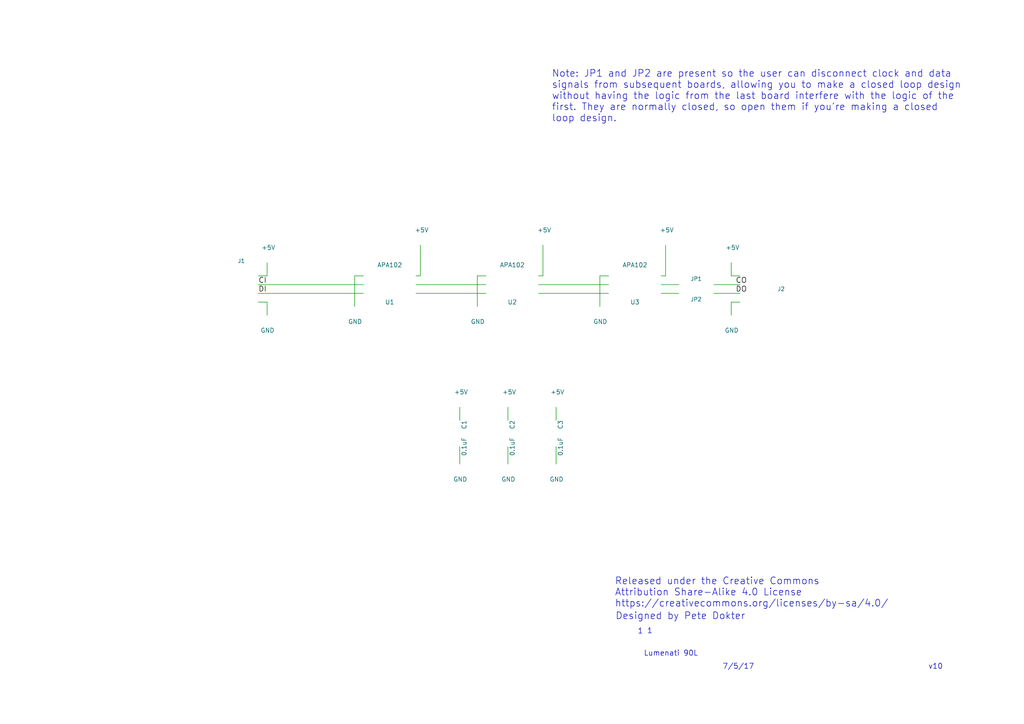
<source format=kicad_sch>
(kicad_sch (version 20230121) (generator eeschema)
  (paper "A4")
  (lib_symbols)
  (wire (pts (xy 173.99 80.01) (xy 173.99 88.9)))
  (wire (pts (xy 193.04 71.12) (xy 193.04 80.01)))
  (wire (pts (xy 191.77 85.09) (xy 196.85 85.09)))
  (wire (pts (xy 120.65 85.09) (xy 140.97 85.09)))
  (wire (pts (xy 120.65 82.55) (xy 140.97 82.55)))
  (wire (pts (xy 207.01 82.55) (xy 214.63 82.55)))
  (wire (pts (xy 212.09 76.2) (xy 212.09 80.01)))
  (wire (pts (xy 157.48 80.01) (xy 156.21 80.01)))
  (wire (pts (xy 74.93 87.63) (xy 77.47 87.63)))
  (wire (pts (xy 105.41 80.01) (xy 102.87 80.01)))
  (wire (pts (xy 196.85 82.55) (xy 191.77 82.55)))
  (wire (pts (xy 138.43 80.01) (xy 140.97 80.01)))
  (wire (pts (xy 207.01 85.09) (xy 214.63 85.09)))
  (wire (pts (xy 74.93 82.55) (xy 105.41 82.55)))
  (wire (pts (xy 133.35 129.54) (xy 133.35 134.62)))
  (wire (pts (xy 102.87 80.01) (xy 102.87 88.9)))
  (wire (pts (xy 193.04 80.01) (xy 191.77 80.01)))
  (wire (pts (xy 161.29 118.11) (xy 161.29 121.92)))
  (wire (pts (xy 74.93 85.09) (xy 105.41 85.09)))
  (wire (pts (xy 214.63 87.63) (xy 212.09 87.63)))
  (wire (pts (xy 157.48 71.12) (xy 157.48 80.01)))
  (wire (pts (xy 147.32 129.54) (xy 147.32 134.62)))
  (wire (pts (xy 212.09 80.01) (xy 214.63 80.01)))
  (wire (pts (xy 147.32 118.11) (xy 147.32 121.92)))
  (wire (pts (xy 212.09 87.63) (xy 212.09 91.44)))
  (wire (pts (xy 74.93 80.01) (xy 77.47 80.01)))
  (wire (pts (xy 77.47 87.63) (xy 77.47 91.44)))
  (wire (pts (xy 176.53 80.01) (xy 173.99 80.01)))
  (wire (pts (xy 120.65 80.01) (xy 121.92 80.01)))
  (wire (pts (xy 138.43 88.9) (xy 138.43 80.01)))
  (wire (pts (xy 133.35 118.11) (xy 133.35 121.92)))
  (wire (pts (xy 161.29 129.54) (xy 161.29 134.62)))
  (wire (pts (xy 121.92 80.01) (xy 121.92 71.12)))
  (wire (pts (xy 156.21 85.09) (xy 176.53 85.09)))
  (wire (pts (xy 156.21 82.55) (xy 176.53 82.55)))
  (wire (pts (xy 77.47 80.01) (xy 77.47 76.2)))
  (text "Designed by Pete Dokter" (at 178.4604 179.959 0) (effects (font (size 2.0066 2.0066)) (justify left bottom)))
  (text "1" (at 184.912 184.0738 0) (effects (font (size 1.524 1.524)) (justify left bottom)))
  (text "1" (at 187.6552 183.9976 0) (effects (font (size 1.524 1.524)) (justify left bottom)))
  (text "Note: JP1 and JP2 are present so the user can disconnect clock and data\nsignals from subsequent boards, allowing you to make a closed loop design\nwithout having the logic from the last board interfere with the logic of the\nfirst. They are normally closed, so open them if you're making a closed\nloop design." (at 160.02 35.56 0) (effects (font (size 2.0066 2.0066)) (justify left bottom)))
  (text "Lumenati 90L" (at 186.69 190.5 0) (effects (font (size 1.524 1.524)) (justify left bottom)))
  (text "7/5/17" (at 209.55 194.31 0) (effects (font (size 1.524 1.524)) (justify left bottom)))
  (text "Released under the Creative Commons\nAttribution Share-Alike 4.0 License\nhttps://creativecommons.org/licenses/by-sa/4.0/" (at 178.308 176.3014 0) (effects (font (size 2.0066 2.0066)) (justify left bottom)))
  (text "v10" (at 269.24 194.31 0) (effects (font (size 1.524 1.524)) (justify left bottom)))
  (label "CI" (at 74.93 82.55 0) (effects (font (size 1.524 1.524))))
  (label "CO" (at 213.36 82.55 0) (effects (font (size 1.524 1.524))))
  (label "DO" (at 213.36 85.09 0) (effects (font (size 1.524 1.524))))
  (label "DI" (at 74.93 85.09 0) (effects (font (size 1.524 1.524))))
  (symbol (lib_id "APA102") (at 113.03 82.55 0) (mirror x) (unit 1)
    (property "Reference" "U1" (at 113.03 87.63 0))
    (property "Value" "APA102" (at 113.03 76.8604 0))
    (property "Footprint" "Pete:APA102_3" (effects hide))
    (property "Datasheet" "DOCUMENTATION" (effects hide))
  )
  (symbol (lib_id "APA102") (at 148.59 82.55 0) (mirror x) (unit 1)
    (property "Reference" "U2" (at 148.59 87.63 0))
    (property "Value" "APA102" (at 148.59 76.8604 0))
    (property "Footprint" "Pete:APA102_3" (effects hide))
    (property "Datasheet" "DOCUMENTATION" (effects hide))
  )
  (symbol (lib_id "APA102") (at 184.15 82.55 0) (mirror x) (unit 1)
    (property "Reference" "U3" (at 184.15 87.63 0))
    (property "Value" "APA102" (at 184.15 76.8604 0))
    (property "Footprint" "Pete:APA102_3" (effects hide))
    (property "Datasheet" "DOCUMENTATION" (effects hide))
  )
  (symbol (lib_id "C") (at 133.35 125.73 180) (unit 1)
    (property "Reference" "C1" (at 134.62 123.19 90))
    (property "Value" "0.1uF" (at 134.62 129.54 90))
    (property "Footprint" "Pete:0603_revised" (effects hide))
  )
  (symbol (lib_id "C") (at 147.32 125.73 180) (unit 1)
    (property "Reference" "C2" (at 148.59 123.19 90))
    (property "Value" "0.1uF" (at 148.59 129.54 90))
    (property "Footprint" "Pete:0603_revised" (effects hide))
  )
  (symbol (lib_id "C") (at 161.29 125.73 180) (unit 1)
    (property "Reference" "C3" (at 162.56 123.19 90))
    (property "Value" "0.1uF" (at 162.56 129.54 90))
    (property "Footprint" "Pete:0603_revised" (effects hide))
  )
  (symbol (lib_id "+5V") (at 121.92 71.12 0) (unit 1)
    (property "Reference" "#PWR01" (effects hide))
    (property "Value" "+5V" (at 122.301 66.7258 0))
  )
  (symbol (lib_id "+5V") (at 77.47 76.2 0) (unit 1)
    (property "Reference" "#PWR02" (effects hide))
    (property "Value" "+5V" (at 77.851 71.8058 0))
  )
  (symbol (lib_id "GND") (at 77.47 91.44 0) (unit 1)
    (property "Reference" "#PWR03" (effects hide))
    (property "Value" "GND" (at 77.597 95.8342 0))
  )
  (symbol (lib_id "+5V") (at 157.48 71.12 0) (unit 1)
    (property "Reference" "#PWR04" (effects hide))
    (property "Value" "+5V" (at 157.861 66.7258 0))
  )
  (symbol (lib_id "+5V") (at 193.04 71.12 0) (unit 1)
    (property "Reference" "#PWR05" (effects hide))
    (property "Value" "+5V" (at 193.421 66.7258 0))
  )
  (symbol (lib_id "GND") (at 173.99 88.9 0) (unit 1)
    (property "Reference" "#PWR06" (effects hide))
    (property "Value" "GND" (at 174.117 93.2942 0))
  )
  (symbol (lib_id "GND") (at 138.43 88.9 0) (unit 1)
    (property "Reference" "#PWR07" (effects hide))
    (property "Value" "GND" (at 138.557 93.2942 0))
  )
  (symbol (lib_id "GND") (at 102.87 88.9 0) (unit 1)
    (property "Reference" "#PWR08" (effects hide))
    (property "Value" "GND" (at 102.997 93.2942 0))
  )
  (symbol (lib_id "OSHW-LOGOMINI") (at 158.75 184.15 0) (unit 1)
    (property "Reference" "LOGO2" (effects hide))
    (property "Value" "OSHW-LOGOMINI" (effects hide))
    (property "Footprint" "SparkFun:OSHW-LOGO-MINI" (effects hide))
  )
  (symbol (lib_id "SFE_LOGO_NAME_FLAME.1_INCH") (at 86.36 196.85 0) (unit 1)
    (property "Reference" "LOGO1" (effects hide))
    (property "Value" "SFE_LOGO_NAME_FLAME.1_INCH" (effects hide))
    (property "Footprint" "SparkFun:SFE_LOGO_NAME_FLAME_.1" (effects hide))
  )
  (symbol (lib_id "GND") (at 133.35 134.62 0) (unit 1)
    (property "Reference" "#PWR09" (effects hide))
    (property "Value" "GND" (at 133.477 139.0142 0))
  )
  (symbol (lib_id "GND") (at 147.32 134.62 0) (unit 1)
    (property "Reference" "#PWR010" (effects hide))
    (property "Value" "GND" (at 147.447 139.0142 0))
  )
  (symbol (lib_id "GND") (at 161.29 134.62 0) (unit 1)
    (property "Reference" "#PWR011" (effects hide))
    (property "Value" "GND" (at 161.417 139.0142 0))
  )
  (symbol (lib_id "+5V") (at 133.35 118.11 0) (unit 1)
    (property "Reference" "#PWR012" (effects hide))
    (property "Value" "+5V" (at 133.731 113.7158 0))
  )
  (symbol (lib_id "+5V") (at 147.32 118.11 0) (unit 1)
    (property "Reference" "#PWR013" (effects hide))
    (property "Value" "+5V" (at 147.701 113.7158 0))
  )
  (symbol (lib_id "+5V") (at 161.29 118.11 0) (unit 1)
    (property "Reference" "#PWR014" (effects hide))
    (property "Value" "+5V" (at 161.671 113.7158 0))
  )
  (symbol (lib_id "CONN_041X04_NO_SILK") (at 69.85 85.09 0) (unit 1)
    (property "Reference" "J1" (at 70.0024 75.692 0) (effects (font (size 1.143 1.143))))
    (property "Value" "CONN_041X04_NO_SILK" (effects hide))
    (property "Footprint" "SFE_Connectors:1X04_NO_SILK" (effects hide))
  )
  (symbol (lib_id "CONN_041X04_NO_SILK") (at 219.71 82.55 180) (unit 1)
    (property "Reference" "J2" (at 225.5012 83.82 0) (effects (font (size 1.143 1.143)) (justify right)))
    (property "Value" "CONN_041X04_NO_SILK" (effects hide))
    (property "Footprint" "SFE_Connectors:1X04_NO_SILK" (effects hide))
  )
  (symbol (lib_id "+5V") (at 212.09 76.2 0) (unit 1)
    (property "Reference" "#PWR015" (effects hide))
    (property "Value" "+5V" (at 212.471 71.8058 0))
  )
  (symbol (lib_id "GND") (at 212.09 91.44 0) (unit 1)
    (property "Reference" "#PWR016" (effects hide))
    (property "Value" "GND" (at 212.217 95.8342 0))
  )
  (symbol (lib_id "FIDUCIAL1X2") (at 281.94 162.56 0) (unit 1)
    (property "Reference" "FD2" (effects hide))
    (property "Value" "FIDUCIAL1X2" (effects hide))
    (property "Footprint" "Aesthetics:FIDUCIAL-1X2" (effects hide))
    (property "Datasheet" "XXX-00000" (effects hide))
  )
  (symbol (lib_id "FIDUCIAL1X2") (at 281.94 158.75 0) (unit 1)
    (property "Reference" "FD1" (effects hide))
    (property "Value" "FIDUCIAL1X2" (effects hide))
    (property "Footprint" "Aesthetics:FIDUCIAL-1X2" (effects hide))
    (property "Datasheet" "XXX-00000" (effects hide))
  )
  (symbol (lib_id "JUMPER-SMT_2_NC_TRACE_SILK") (at 201.93 82.55 0) (unit 1)
    (property "Reference" "JP1" (at 201.93 80.8736 0) (effects (font (size 1.143 1.143))))
    (property "Value" "JUMPER-SMT_2_NC_TRACE_SILK" (effects hide))
    (property "Footprint" "Jumpers:SMT-JUMPER_2_NC_TRACE_SILK" (effects hide))
    (property "Datasheet" "XXX-00000" (effects hide))
  )
  (symbol (lib_id "JUMPER-SMT_2_NC_TRACE_SILK") (at 201.93 85.09 0) (unit 1)
    (property "Reference" "JP2" (at 201.9046 86.8172 0) (effects (font (size 1.143 1.143))))
    (property "Value" "JUMPER-SMT_2_NC_TRACE_SILK" (effects hide))
    (property "Footprint" "Jumpers:SMT-JUMPER_2_NC_TRACE_SILK" (effects hide))
    (property "Datasheet" "XXX-00000" (effects hide))
  )
)
</source>
